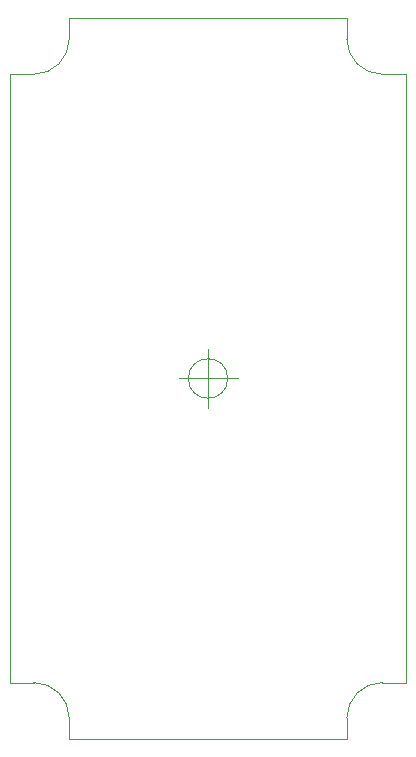
<source format=gm1>
G04 #@! TF.GenerationSoftware,KiCad,Pcbnew,(5.1.7)-1*
G04 #@! TF.CreationDate,2020-11-04T19:15:34+01:00*
G04 #@! TF.ProjectId,generic_node,67656e65-7269-4635-9f6e-6f64652e6b69,2.0.2*
G04 #@! TF.SameCoordinates,PX510ff40PY6422c40*
G04 #@! TF.FileFunction,Profile,NP*
%FSLAX46Y46*%
G04 Gerber Fmt 4.6, Leading zero omitted, Abs format (unit mm)*
G04 Created by KiCad (PCBNEW (5.1.7)-1) date 2020-11-04 19:15:34*
%MOMM*%
%LPD*%
G01*
G04 APERTURE LIST*
G04 #@! TA.AperFunction,Profile*
%ADD10C,0.050000*%
G04 #@! TD*
G04 APERTURE END LIST*
D10*
X1666666Y0D02*
G75*
G03*
X1666666Y0I-1666666J0D01*
G01*
X-2500000Y0D02*
X2500000Y0D01*
X0Y2500000D02*
X0Y-2500000D01*
X11750000Y-30500000D02*
X11750000Y-28750000D01*
X-14750000Y-25750000D02*
X-16750000Y-25750000D01*
X-11750000Y-28750000D02*
X-11750000Y-30500000D01*
X-14750000Y-25750000D02*
G75*
G02*
X-11750000Y-28750000I0J-3000000D01*
G01*
X11750000Y-28750000D02*
G75*
G02*
X14750000Y-25750000I3000000J0D01*
G01*
X16750000Y-25750000D02*
X14750000Y-25750000D01*
X-16750000Y25750000D02*
X-14750000Y25750000D01*
X11750000Y30500000D02*
X11750000Y28750000D01*
X14750000Y25750000D02*
X16750000Y25750000D01*
X14750000Y25750000D02*
G75*
G02*
X11750000Y28750000I0J3000000D01*
G01*
X-11750000Y30500000D02*
X-11750000Y28750000D01*
X-11750000Y28750000D02*
G75*
G02*
X-14750000Y25750000I-3000000J0D01*
G01*
X-16750000Y-25750000D02*
X-16750000Y25750000D01*
X11750000Y-30500000D02*
X-11750000Y-30500000D01*
X16750000Y25750000D02*
X16750000Y-25750000D01*
X-11750000Y30500000D02*
X11750000Y30500000D01*
M02*

</source>
